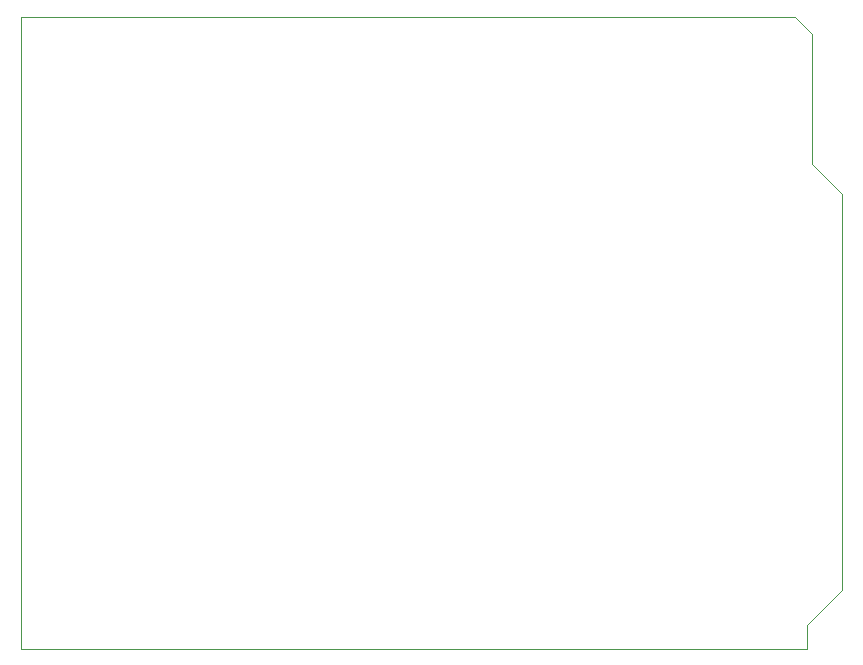
<source format=gbr>
%FSLAX34Y34*%
G04 Gerber Fmt 3.4, Leading zero omitted, Abs format*
G04 (created by PCBNEW (2014-02-26 BZR 4721)-product) date Wednesday, 06 July 2016 19:45:04*
%MOIN*%
G01*
G70*
G90*
G04 APERTURE LIST*
%ADD10C,0.005906*%
%ADD11C,0.003937*%
G04 APERTURE END LIST*
G54D10*
G54D11*
X25590Y-26377D02*
X25787Y-26377D01*
X25590Y-47440D02*
X25590Y-26377D01*
X51771Y-47440D02*
X25590Y-47440D01*
X51771Y-46653D02*
X51771Y-47440D01*
X52952Y-45472D02*
X51771Y-46653D01*
X52952Y-32283D02*
X52952Y-45472D01*
X51968Y-31299D02*
X52952Y-32283D01*
X51968Y-26968D02*
X51968Y-31299D01*
X51377Y-26377D02*
X51968Y-26968D01*
X25787Y-26377D02*
X51377Y-26377D01*
M02*

</source>
